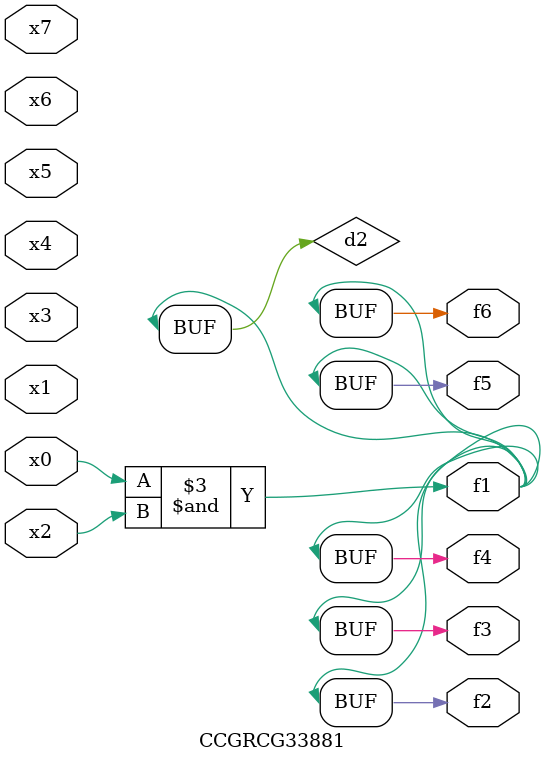
<source format=v>
module CCGRCG33881(
	input x0, x1, x2, x3, x4, x5, x6, x7,
	output f1, f2, f3, f4, f5, f6
);

	wire d1, d2;

	nor (d1, x3, x6);
	and (d2, x0, x2);
	assign f1 = d2;
	assign f2 = d2;
	assign f3 = d2;
	assign f4 = d2;
	assign f5 = d2;
	assign f6 = d2;
endmodule

</source>
